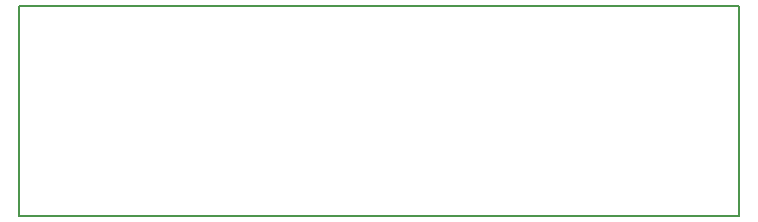
<source format=gko>
G04 DipTrace 3.0.0.2*
G04 Teensy-TC36--T3.2-Adapter.gko*
%MOIN*%
G04 #@! TF.FileFunction,Profile*
G04 #@! TF.Part,Single*
%ADD11C,0.005512*%
%FSLAX26Y26*%
G04*
G70*
G90*
G75*
G01*
G04 BoardOutline*
%LPD*%
X393701Y393701D2*
D11*
X2793701D1*
Y1093701D1*
X393701D1*
Y393701D1*
M02*

</source>
